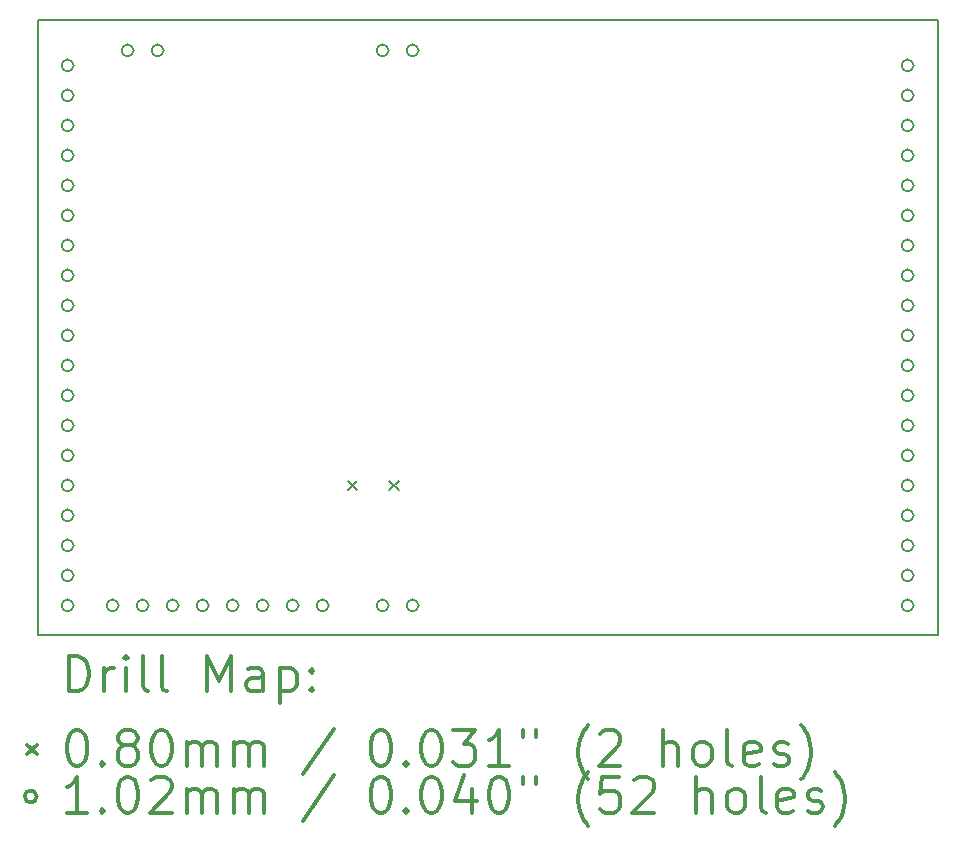
<source format=gbr>
%FSLAX45Y45*%
G04 Gerber Fmt 4.5, Leading zero omitted, Abs format (unit mm)*
G04 Created by KiCad (PCBNEW 4.0.3+e1-6302~38~ubuntu16.04.1-stable) date Fri Aug 26 17:26:26 2016*
%MOMM*%
%LPD*%
G01*
G04 APERTURE LIST*
%ADD10C,0.127000*%
%ADD11C,0.150000*%
%ADD12C,0.200000*%
%ADD13C,0.300000*%
G04 APERTURE END LIST*
D10*
D11*
X13462000Y-13716000D02*
X5842000Y-13716000D01*
X13462000Y-8509000D02*
X13462000Y-13716000D01*
X5842000Y-8509000D02*
X13462000Y-8509000D01*
X5842000Y-8509000D02*
X5842000Y-13716000D01*
D12*
X8469000Y-12406000D02*
X8549000Y-12486000D01*
X8549000Y-12406000D02*
X8469000Y-12486000D01*
X8819000Y-12406000D02*
X8899000Y-12486000D01*
X8899000Y-12406000D02*
X8819000Y-12486000D01*
X6146800Y-8890000D02*
G75*
G03X6146800Y-8890000I-50800J0D01*
G01*
X6146800Y-9144000D02*
G75*
G03X6146800Y-9144000I-50800J0D01*
G01*
X6146800Y-9398000D02*
G75*
G03X6146800Y-9398000I-50800J0D01*
G01*
X6146800Y-9652000D02*
G75*
G03X6146800Y-9652000I-50800J0D01*
G01*
X6146800Y-9906000D02*
G75*
G03X6146800Y-9906000I-50800J0D01*
G01*
X6146800Y-10160000D02*
G75*
G03X6146800Y-10160000I-50800J0D01*
G01*
X6146800Y-10414000D02*
G75*
G03X6146800Y-10414000I-50800J0D01*
G01*
X6146800Y-10668000D02*
G75*
G03X6146800Y-10668000I-50800J0D01*
G01*
X6146800Y-10922000D02*
G75*
G03X6146800Y-10922000I-50800J0D01*
G01*
X6146800Y-11176000D02*
G75*
G03X6146800Y-11176000I-50800J0D01*
G01*
X6146800Y-11430000D02*
G75*
G03X6146800Y-11430000I-50800J0D01*
G01*
X6146800Y-11684000D02*
G75*
G03X6146800Y-11684000I-50800J0D01*
G01*
X6146800Y-11938000D02*
G75*
G03X6146800Y-11938000I-50800J0D01*
G01*
X6146800Y-12192000D02*
G75*
G03X6146800Y-12192000I-50800J0D01*
G01*
X6146800Y-12446000D02*
G75*
G03X6146800Y-12446000I-50800J0D01*
G01*
X6146800Y-12700000D02*
G75*
G03X6146800Y-12700000I-50800J0D01*
G01*
X6146800Y-12954000D02*
G75*
G03X6146800Y-12954000I-50800J0D01*
G01*
X6146800Y-13208000D02*
G75*
G03X6146800Y-13208000I-50800J0D01*
G01*
X6146800Y-13462000D02*
G75*
G03X6146800Y-13462000I-50800J0D01*
G01*
X6527800Y-13462000D02*
G75*
G03X6527800Y-13462000I-50800J0D01*
G01*
X6654800Y-8763000D02*
G75*
G03X6654800Y-8763000I-50800J0D01*
G01*
X6781800Y-13462000D02*
G75*
G03X6781800Y-13462000I-50800J0D01*
G01*
X6908800Y-8763000D02*
G75*
G03X6908800Y-8763000I-50800J0D01*
G01*
X7035800Y-13462000D02*
G75*
G03X7035800Y-13462000I-50800J0D01*
G01*
X7289800Y-13462000D02*
G75*
G03X7289800Y-13462000I-50800J0D01*
G01*
X7543800Y-13462000D02*
G75*
G03X7543800Y-13462000I-50800J0D01*
G01*
X7797800Y-13462000D02*
G75*
G03X7797800Y-13462000I-50800J0D01*
G01*
X8051800Y-13462000D02*
G75*
G03X8051800Y-13462000I-50800J0D01*
G01*
X8305800Y-13462000D02*
G75*
G03X8305800Y-13462000I-50800J0D01*
G01*
X8813800Y-8763000D02*
G75*
G03X8813800Y-8763000I-50800J0D01*
G01*
X8813800Y-13462000D02*
G75*
G03X8813800Y-13462000I-50800J0D01*
G01*
X9067800Y-8763000D02*
G75*
G03X9067800Y-8763000I-50800J0D01*
G01*
X9067800Y-13462000D02*
G75*
G03X9067800Y-13462000I-50800J0D01*
G01*
X13258800Y-8890000D02*
G75*
G03X13258800Y-8890000I-50800J0D01*
G01*
X13258800Y-9144000D02*
G75*
G03X13258800Y-9144000I-50800J0D01*
G01*
X13258800Y-9398000D02*
G75*
G03X13258800Y-9398000I-50800J0D01*
G01*
X13258800Y-9652000D02*
G75*
G03X13258800Y-9652000I-50800J0D01*
G01*
X13258800Y-9906000D02*
G75*
G03X13258800Y-9906000I-50800J0D01*
G01*
X13258800Y-10160000D02*
G75*
G03X13258800Y-10160000I-50800J0D01*
G01*
X13258800Y-10414000D02*
G75*
G03X13258800Y-10414000I-50800J0D01*
G01*
X13258800Y-10668000D02*
G75*
G03X13258800Y-10668000I-50800J0D01*
G01*
X13258800Y-10922000D02*
G75*
G03X13258800Y-10922000I-50800J0D01*
G01*
X13258800Y-11176000D02*
G75*
G03X13258800Y-11176000I-50800J0D01*
G01*
X13258800Y-11430000D02*
G75*
G03X13258800Y-11430000I-50800J0D01*
G01*
X13258800Y-11684000D02*
G75*
G03X13258800Y-11684000I-50800J0D01*
G01*
X13258800Y-11938000D02*
G75*
G03X13258800Y-11938000I-50800J0D01*
G01*
X13258800Y-12192000D02*
G75*
G03X13258800Y-12192000I-50800J0D01*
G01*
X13258800Y-12446000D02*
G75*
G03X13258800Y-12446000I-50800J0D01*
G01*
X13258800Y-12700000D02*
G75*
G03X13258800Y-12700000I-50800J0D01*
G01*
X13258800Y-12954000D02*
G75*
G03X13258800Y-12954000I-50800J0D01*
G01*
X13258800Y-13208000D02*
G75*
G03X13258800Y-13208000I-50800J0D01*
G01*
X13258800Y-13462000D02*
G75*
G03X13258800Y-13462000I-50800J0D01*
G01*
D13*
X6105928Y-14189214D02*
X6105928Y-13889214D01*
X6177357Y-13889214D01*
X6220214Y-13903500D01*
X6248786Y-13932071D01*
X6263071Y-13960643D01*
X6277357Y-14017786D01*
X6277357Y-14060643D01*
X6263071Y-14117786D01*
X6248786Y-14146357D01*
X6220214Y-14174929D01*
X6177357Y-14189214D01*
X6105928Y-14189214D01*
X6405928Y-14189214D02*
X6405928Y-13989214D01*
X6405928Y-14046357D02*
X6420214Y-14017786D01*
X6434500Y-14003500D01*
X6463071Y-13989214D01*
X6491643Y-13989214D01*
X6591643Y-14189214D02*
X6591643Y-13989214D01*
X6591643Y-13889214D02*
X6577357Y-13903500D01*
X6591643Y-13917786D01*
X6605928Y-13903500D01*
X6591643Y-13889214D01*
X6591643Y-13917786D01*
X6777357Y-14189214D02*
X6748786Y-14174929D01*
X6734500Y-14146357D01*
X6734500Y-13889214D01*
X6934500Y-14189214D02*
X6905928Y-14174929D01*
X6891643Y-14146357D01*
X6891643Y-13889214D01*
X7277357Y-14189214D02*
X7277357Y-13889214D01*
X7377357Y-14103500D01*
X7477357Y-13889214D01*
X7477357Y-14189214D01*
X7748786Y-14189214D02*
X7748786Y-14032071D01*
X7734500Y-14003500D01*
X7705928Y-13989214D01*
X7648786Y-13989214D01*
X7620214Y-14003500D01*
X7748786Y-14174929D02*
X7720214Y-14189214D01*
X7648786Y-14189214D01*
X7620214Y-14174929D01*
X7605928Y-14146357D01*
X7605928Y-14117786D01*
X7620214Y-14089214D01*
X7648786Y-14074929D01*
X7720214Y-14074929D01*
X7748786Y-14060643D01*
X7891643Y-13989214D02*
X7891643Y-14289214D01*
X7891643Y-14003500D02*
X7920214Y-13989214D01*
X7977357Y-13989214D01*
X8005928Y-14003500D01*
X8020214Y-14017786D01*
X8034500Y-14046357D01*
X8034500Y-14132071D01*
X8020214Y-14160643D01*
X8005928Y-14174929D01*
X7977357Y-14189214D01*
X7920214Y-14189214D01*
X7891643Y-14174929D01*
X8163071Y-14160643D02*
X8177357Y-14174929D01*
X8163071Y-14189214D01*
X8148786Y-14174929D01*
X8163071Y-14160643D01*
X8163071Y-14189214D01*
X8163071Y-14003500D02*
X8177357Y-14017786D01*
X8163071Y-14032071D01*
X8148786Y-14017786D01*
X8163071Y-14003500D01*
X8163071Y-14032071D01*
X5754500Y-14643500D02*
X5834500Y-14723500D01*
X5834500Y-14643500D02*
X5754500Y-14723500D01*
X6163071Y-14519214D02*
X6191643Y-14519214D01*
X6220214Y-14533500D01*
X6234500Y-14547786D01*
X6248786Y-14576357D01*
X6263071Y-14633500D01*
X6263071Y-14704929D01*
X6248786Y-14762071D01*
X6234500Y-14790643D01*
X6220214Y-14804929D01*
X6191643Y-14819214D01*
X6163071Y-14819214D01*
X6134500Y-14804929D01*
X6120214Y-14790643D01*
X6105928Y-14762071D01*
X6091643Y-14704929D01*
X6091643Y-14633500D01*
X6105928Y-14576357D01*
X6120214Y-14547786D01*
X6134500Y-14533500D01*
X6163071Y-14519214D01*
X6391643Y-14790643D02*
X6405928Y-14804929D01*
X6391643Y-14819214D01*
X6377357Y-14804929D01*
X6391643Y-14790643D01*
X6391643Y-14819214D01*
X6577357Y-14647786D02*
X6548786Y-14633500D01*
X6534500Y-14619214D01*
X6520214Y-14590643D01*
X6520214Y-14576357D01*
X6534500Y-14547786D01*
X6548786Y-14533500D01*
X6577357Y-14519214D01*
X6634500Y-14519214D01*
X6663071Y-14533500D01*
X6677357Y-14547786D01*
X6691643Y-14576357D01*
X6691643Y-14590643D01*
X6677357Y-14619214D01*
X6663071Y-14633500D01*
X6634500Y-14647786D01*
X6577357Y-14647786D01*
X6548786Y-14662071D01*
X6534500Y-14676357D01*
X6520214Y-14704929D01*
X6520214Y-14762071D01*
X6534500Y-14790643D01*
X6548786Y-14804929D01*
X6577357Y-14819214D01*
X6634500Y-14819214D01*
X6663071Y-14804929D01*
X6677357Y-14790643D01*
X6691643Y-14762071D01*
X6691643Y-14704929D01*
X6677357Y-14676357D01*
X6663071Y-14662071D01*
X6634500Y-14647786D01*
X6877357Y-14519214D02*
X6905928Y-14519214D01*
X6934500Y-14533500D01*
X6948786Y-14547786D01*
X6963071Y-14576357D01*
X6977357Y-14633500D01*
X6977357Y-14704929D01*
X6963071Y-14762071D01*
X6948786Y-14790643D01*
X6934500Y-14804929D01*
X6905928Y-14819214D01*
X6877357Y-14819214D01*
X6848786Y-14804929D01*
X6834500Y-14790643D01*
X6820214Y-14762071D01*
X6805928Y-14704929D01*
X6805928Y-14633500D01*
X6820214Y-14576357D01*
X6834500Y-14547786D01*
X6848786Y-14533500D01*
X6877357Y-14519214D01*
X7105928Y-14819214D02*
X7105928Y-14619214D01*
X7105928Y-14647786D02*
X7120214Y-14633500D01*
X7148786Y-14619214D01*
X7191643Y-14619214D01*
X7220214Y-14633500D01*
X7234500Y-14662071D01*
X7234500Y-14819214D01*
X7234500Y-14662071D02*
X7248786Y-14633500D01*
X7277357Y-14619214D01*
X7320214Y-14619214D01*
X7348786Y-14633500D01*
X7363071Y-14662071D01*
X7363071Y-14819214D01*
X7505928Y-14819214D02*
X7505928Y-14619214D01*
X7505928Y-14647786D02*
X7520214Y-14633500D01*
X7548786Y-14619214D01*
X7591643Y-14619214D01*
X7620214Y-14633500D01*
X7634500Y-14662071D01*
X7634500Y-14819214D01*
X7634500Y-14662071D02*
X7648786Y-14633500D01*
X7677357Y-14619214D01*
X7720214Y-14619214D01*
X7748786Y-14633500D01*
X7763071Y-14662071D01*
X7763071Y-14819214D01*
X8348786Y-14504929D02*
X8091643Y-14890643D01*
X8734500Y-14519214D02*
X8763071Y-14519214D01*
X8791643Y-14533500D01*
X8805928Y-14547786D01*
X8820214Y-14576357D01*
X8834500Y-14633500D01*
X8834500Y-14704929D01*
X8820214Y-14762071D01*
X8805928Y-14790643D01*
X8791643Y-14804929D01*
X8763071Y-14819214D01*
X8734500Y-14819214D01*
X8705928Y-14804929D01*
X8691643Y-14790643D01*
X8677357Y-14762071D01*
X8663071Y-14704929D01*
X8663071Y-14633500D01*
X8677357Y-14576357D01*
X8691643Y-14547786D01*
X8705928Y-14533500D01*
X8734500Y-14519214D01*
X8963071Y-14790643D02*
X8977357Y-14804929D01*
X8963071Y-14819214D01*
X8948786Y-14804929D01*
X8963071Y-14790643D01*
X8963071Y-14819214D01*
X9163071Y-14519214D02*
X9191643Y-14519214D01*
X9220214Y-14533500D01*
X9234500Y-14547786D01*
X9248786Y-14576357D01*
X9263071Y-14633500D01*
X9263071Y-14704929D01*
X9248786Y-14762071D01*
X9234500Y-14790643D01*
X9220214Y-14804929D01*
X9191643Y-14819214D01*
X9163071Y-14819214D01*
X9134500Y-14804929D01*
X9120214Y-14790643D01*
X9105928Y-14762071D01*
X9091643Y-14704929D01*
X9091643Y-14633500D01*
X9105928Y-14576357D01*
X9120214Y-14547786D01*
X9134500Y-14533500D01*
X9163071Y-14519214D01*
X9363071Y-14519214D02*
X9548786Y-14519214D01*
X9448786Y-14633500D01*
X9491643Y-14633500D01*
X9520214Y-14647786D01*
X9534500Y-14662071D01*
X9548786Y-14690643D01*
X9548786Y-14762071D01*
X9534500Y-14790643D01*
X9520214Y-14804929D01*
X9491643Y-14819214D01*
X9405928Y-14819214D01*
X9377357Y-14804929D01*
X9363071Y-14790643D01*
X9834500Y-14819214D02*
X9663071Y-14819214D01*
X9748786Y-14819214D02*
X9748786Y-14519214D01*
X9720214Y-14562071D01*
X9691643Y-14590643D01*
X9663071Y-14604929D01*
X9948786Y-14519214D02*
X9948786Y-14576357D01*
X10063071Y-14519214D02*
X10063071Y-14576357D01*
X10505928Y-14933500D02*
X10491643Y-14919214D01*
X10463071Y-14876357D01*
X10448786Y-14847786D01*
X10434500Y-14804929D01*
X10420214Y-14733500D01*
X10420214Y-14676357D01*
X10434500Y-14604929D01*
X10448786Y-14562071D01*
X10463071Y-14533500D01*
X10491643Y-14490643D01*
X10505928Y-14476357D01*
X10605928Y-14547786D02*
X10620214Y-14533500D01*
X10648786Y-14519214D01*
X10720214Y-14519214D01*
X10748786Y-14533500D01*
X10763071Y-14547786D01*
X10777357Y-14576357D01*
X10777357Y-14604929D01*
X10763071Y-14647786D01*
X10591643Y-14819214D01*
X10777357Y-14819214D01*
X11134500Y-14819214D02*
X11134500Y-14519214D01*
X11263071Y-14819214D02*
X11263071Y-14662071D01*
X11248785Y-14633500D01*
X11220214Y-14619214D01*
X11177357Y-14619214D01*
X11148786Y-14633500D01*
X11134500Y-14647786D01*
X11448785Y-14819214D02*
X11420214Y-14804929D01*
X11405928Y-14790643D01*
X11391643Y-14762071D01*
X11391643Y-14676357D01*
X11405928Y-14647786D01*
X11420214Y-14633500D01*
X11448785Y-14619214D01*
X11491643Y-14619214D01*
X11520214Y-14633500D01*
X11534500Y-14647786D01*
X11548785Y-14676357D01*
X11548785Y-14762071D01*
X11534500Y-14790643D01*
X11520214Y-14804929D01*
X11491643Y-14819214D01*
X11448785Y-14819214D01*
X11720214Y-14819214D02*
X11691643Y-14804929D01*
X11677357Y-14776357D01*
X11677357Y-14519214D01*
X11948786Y-14804929D02*
X11920214Y-14819214D01*
X11863071Y-14819214D01*
X11834500Y-14804929D01*
X11820214Y-14776357D01*
X11820214Y-14662071D01*
X11834500Y-14633500D01*
X11863071Y-14619214D01*
X11920214Y-14619214D01*
X11948786Y-14633500D01*
X11963071Y-14662071D01*
X11963071Y-14690643D01*
X11820214Y-14719214D01*
X12077357Y-14804929D02*
X12105928Y-14819214D01*
X12163071Y-14819214D01*
X12191643Y-14804929D01*
X12205928Y-14776357D01*
X12205928Y-14762071D01*
X12191643Y-14733500D01*
X12163071Y-14719214D01*
X12120214Y-14719214D01*
X12091643Y-14704929D01*
X12077357Y-14676357D01*
X12077357Y-14662071D01*
X12091643Y-14633500D01*
X12120214Y-14619214D01*
X12163071Y-14619214D01*
X12191643Y-14633500D01*
X12305928Y-14933500D02*
X12320214Y-14919214D01*
X12348786Y-14876357D01*
X12363071Y-14847786D01*
X12377357Y-14804929D01*
X12391643Y-14733500D01*
X12391643Y-14676357D01*
X12377357Y-14604929D01*
X12363071Y-14562071D01*
X12348786Y-14533500D01*
X12320214Y-14490643D01*
X12305928Y-14476357D01*
X5834500Y-15079500D02*
G75*
G03X5834500Y-15079500I-50800J0D01*
G01*
X6263071Y-15215214D02*
X6091643Y-15215214D01*
X6177357Y-15215214D02*
X6177357Y-14915214D01*
X6148786Y-14958071D01*
X6120214Y-14986643D01*
X6091643Y-15000929D01*
X6391643Y-15186643D02*
X6405928Y-15200929D01*
X6391643Y-15215214D01*
X6377357Y-15200929D01*
X6391643Y-15186643D01*
X6391643Y-15215214D01*
X6591643Y-14915214D02*
X6620214Y-14915214D01*
X6648786Y-14929500D01*
X6663071Y-14943786D01*
X6677357Y-14972357D01*
X6691643Y-15029500D01*
X6691643Y-15100929D01*
X6677357Y-15158071D01*
X6663071Y-15186643D01*
X6648786Y-15200929D01*
X6620214Y-15215214D01*
X6591643Y-15215214D01*
X6563071Y-15200929D01*
X6548786Y-15186643D01*
X6534500Y-15158071D01*
X6520214Y-15100929D01*
X6520214Y-15029500D01*
X6534500Y-14972357D01*
X6548786Y-14943786D01*
X6563071Y-14929500D01*
X6591643Y-14915214D01*
X6805928Y-14943786D02*
X6820214Y-14929500D01*
X6848786Y-14915214D01*
X6920214Y-14915214D01*
X6948786Y-14929500D01*
X6963071Y-14943786D01*
X6977357Y-14972357D01*
X6977357Y-15000929D01*
X6963071Y-15043786D01*
X6791643Y-15215214D01*
X6977357Y-15215214D01*
X7105928Y-15215214D02*
X7105928Y-15015214D01*
X7105928Y-15043786D02*
X7120214Y-15029500D01*
X7148786Y-15015214D01*
X7191643Y-15015214D01*
X7220214Y-15029500D01*
X7234500Y-15058071D01*
X7234500Y-15215214D01*
X7234500Y-15058071D02*
X7248786Y-15029500D01*
X7277357Y-15015214D01*
X7320214Y-15015214D01*
X7348786Y-15029500D01*
X7363071Y-15058071D01*
X7363071Y-15215214D01*
X7505928Y-15215214D02*
X7505928Y-15015214D01*
X7505928Y-15043786D02*
X7520214Y-15029500D01*
X7548786Y-15015214D01*
X7591643Y-15015214D01*
X7620214Y-15029500D01*
X7634500Y-15058071D01*
X7634500Y-15215214D01*
X7634500Y-15058071D02*
X7648786Y-15029500D01*
X7677357Y-15015214D01*
X7720214Y-15015214D01*
X7748786Y-15029500D01*
X7763071Y-15058071D01*
X7763071Y-15215214D01*
X8348786Y-14900929D02*
X8091643Y-15286643D01*
X8734500Y-14915214D02*
X8763071Y-14915214D01*
X8791643Y-14929500D01*
X8805928Y-14943786D01*
X8820214Y-14972357D01*
X8834500Y-15029500D01*
X8834500Y-15100929D01*
X8820214Y-15158071D01*
X8805928Y-15186643D01*
X8791643Y-15200929D01*
X8763071Y-15215214D01*
X8734500Y-15215214D01*
X8705928Y-15200929D01*
X8691643Y-15186643D01*
X8677357Y-15158071D01*
X8663071Y-15100929D01*
X8663071Y-15029500D01*
X8677357Y-14972357D01*
X8691643Y-14943786D01*
X8705928Y-14929500D01*
X8734500Y-14915214D01*
X8963071Y-15186643D02*
X8977357Y-15200929D01*
X8963071Y-15215214D01*
X8948786Y-15200929D01*
X8963071Y-15186643D01*
X8963071Y-15215214D01*
X9163071Y-14915214D02*
X9191643Y-14915214D01*
X9220214Y-14929500D01*
X9234500Y-14943786D01*
X9248786Y-14972357D01*
X9263071Y-15029500D01*
X9263071Y-15100929D01*
X9248786Y-15158071D01*
X9234500Y-15186643D01*
X9220214Y-15200929D01*
X9191643Y-15215214D01*
X9163071Y-15215214D01*
X9134500Y-15200929D01*
X9120214Y-15186643D01*
X9105928Y-15158071D01*
X9091643Y-15100929D01*
X9091643Y-15029500D01*
X9105928Y-14972357D01*
X9120214Y-14943786D01*
X9134500Y-14929500D01*
X9163071Y-14915214D01*
X9520214Y-15015214D02*
X9520214Y-15215214D01*
X9448786Y-14900929D02*
X9377357Y-15115214D01*
X9563071Y-15115214D01*
X9734500Y-14915214D02*
X9763071Y-14915214D01*
X9791643Y-14929500D01*
X9805928Y-14943786D01*
X9820214Y-14972357D01*
X9834500Y-15029500D01*
X9834500Y-15100929D01*
X9820214Y-15158071D01*
X9805928Y-15186643D01*
X9791643Y-15200929D01*
X9763071Y-15215214D01*
X9734500Y-15215214D01*
X9705928Y-15200929D01*
X9691643Y-15186643D01*
X9677357Y-15158071D01*
X9663071Y-15100929D01*
X9663071Y-15029500D01*
X9677357Y-14972357D01*
X9691643Y-14943786D01*
X9705928Y-14929500D01*
X9734500Y-14915214D01*
X9948786Y-14915214D02*
X9948786Y-14972357D01*
X10063071Y-14915214D02*
X10063071Y-14972357D01*
X10505928Y-15329500D02*
X10491643Y-15315214D01*
X10463071Y-15272357D01*
X10448786Y-15243786D01*
X10434500Y-15200929D01*
X10420214Y-15129500D01*
X10420214Y-15072357D01*
X10434500Y-15000929D01*
X10448786Y-14958071D01*
X10463071Y-14929500D01*
X10491643Y-14886643D01*
X10505928Y-14872357D01*
X10763071Y-14915214D02*
X10620214Y-14915214D01*
X10605928Y-15058071D01*
X10620214Y-15043786D01*
X10648786Y-15029500D01*
X10720214Y-15029500D01*
X10748786Y-15043786D01*
X10763071Y-15058071D01*
X10777357Y-15086643D01*
X10777357Y-15158071D01*
X10763071Y-15186643D01*
X10748786Y-15200929D01*
X10720214Y-15215214D01*
X10648786Y-15215214D01*
X10620214Y-15200929D01*
X10605928Y-15186643D01*
X10891643Y-14943786D02*
X10905928Y-14929500D01*
X10934500Y-14915214D01*
X11005928Y-14915214D01*
X11034500Y-14929500D01*
X11048786Y-14943786D01*
X11063071Y-14972357D01*
X11063071Y-15000929D01*
X11048786Y-15043786D01*
X10877357Y-15215214D01*
X11063071Y-15215214D01*
X11420214Y-15215214D02*
X11420214Y-14915214D01*
X11548785Y-15215214D02*
X11548785Y-15058071D01*
X11534500Y-15029500D01*
X11505928Y-15015214D01*
X11463071Y-15015214D01*
X11434500Y-15029500D01*
X11420214Y-15043786D01*
X11734500Y-15215214D02*
X11705928Y-15200929D01*
X11691643Y-15186643D01*
X11677357Y-15158071D01*
X11677357Y-15072357D01*
X11691643Y-15043786D01*
X11705928Y-15029500D01*
X11734500Y-15015214D01*
X11777357Y-15015214D01*
X11805928Y-15029500D01*
X11820214Y-15043786D01*
X11834500Y-15072357D01*
X11834500Y-15158071D01*
X11820214Y-15186643D01*
X11805928Y-15200929D01*
X11777357Y-15215214D01*
X11734500Y-15215214D01*
X12005928Y-15215214D02*
X11977357Y-15200929D01*
X11963071Y-15172357D01*
X11963071Y-14915214D01*
X12234500Y-15200929D02*
X12205928Y-15215214D01*
X12148786Y-15215214D01*
X12120214Y-15200929D01*
X12105928Y-15172357D01*
X12105928Y-15058071D01*
X12120214Y-15029500D01*
X12148786Y-15015214D01*
X12205928Y-15015214D01*
X12234500Y-15029500D01*
X12248786Y-15058071D01*
X12248786Y-15086643D01*
X12105928Y-15115214D01*
X12363071Y-15200929D02*
X12391643Y-15215214D01*
X12448786Y-15215214D01*
X12477357Y-15200929D01*
X12491643Y-15172357D01*
X12491643Y-15158071D01*
X12477357Y-15129500D01*
X12448786Y-15115214D01*
X12405928Y-15115214D01*
X12377357Y-15100929D01*
X12363071Y-15072357D01*
X12363071Y-15058071D01*
X12377357Y-15029500D01*
X12405928Y-15015214D01*
X12448786Y-15015214D01*
X12477357Y-15029500D01*
X12591643Y-15329500D02*
X12605928Y-15315214D01*
X12634500Y-15272357D01*
X12648786Y-15243786D01*
X12663071Y-15200929D01*
X12677357Y-15129500D01*
X12677357Y-15072357D01*
X12663071Y-15000929D01*
X12648786Y-14958071D01*
X12634500Y-14929500D01*
X12605928Y-14886643D01*
X12591643Y-14872357D01*
M02*

</source>
